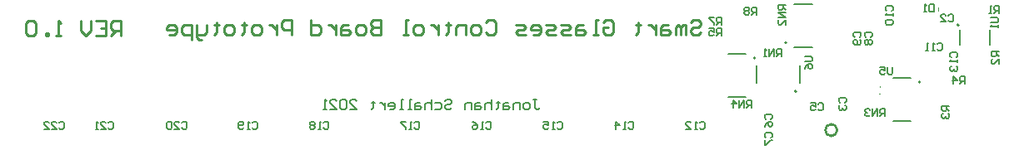
<source format=gbo>
G04*
G04 #@! TF.GenerationSoftware,Altium Limited,Altium Designer,20.2.4 (192)*
G04*
G04 Layer_Color=32896*
%FSLAX25Y25*%
%MOIN*%
G70*
G04*
G04 #@! TF.SameCoordinates,E28A416E-137A-4DA4-96E8-27F400694B22*
G04*
G04*
G04 #@! TF.FilePolarity,Positive*
G04*
G01*
G75*
%ADD10C,0.00787*%
%ADD12C,0.01000*%
%ADD14C,0.00500*%
%ADD16C,0.00800*%
%ADD92C,0.00394*%
D10*
X311710Y22854D02*
G03*
X311710Y22854I-394J0D01*
G01*
X307822Y42437D02*
G03*
X307822Y42437I-394J0D01*
G01*
X361224Y26574D02*
G03*
X361224Y26574I-394J0D01*
G01*
X295220Y36248D02*
G03*
X295220Y36248I-394J0D01*
G01*
X345157Y21763D02*
G03*
X345157Y21763I-10J0D01*
G01*
X376724Y49529D02*
G03*
X376724Y49529I-394J0D01*
G01*
X345147Y24576D02*
G03*
X345147Y24576I-10J0D01*
G01*
D12*
X327933Y7264D02*
G03*
X327933Y7264I-2362J0D01*
G01*
X269501Y50598D02*
X270501Y51597D01*
X272500D01*
X273500Y50598D01*
Y49598D01*
X272500Y48598D01*
X270501D01*
X269501Y47599D01*
Y46599D01*
X270501Y45599D01*
X272500D01*
X273500Y46599D01*
X267502Y45599D02*
Y49598D01*
X266502D01*
X265503Y48598D01*
Y45599D01*
Y48598D01*
X264503Y49598D01*
X263503Y48598D01*
Y45599D01*
X260504Y49598D02*
X258505D01*
X257505Y48598D01*
Y45599D01*
X260504D01*
X261504Y46599D01*
X260504Y47599D01*
X257505D01*
X255506Y49598D02*
Y45599D01*
Y47599D01*
X254506Y48598D01*
X253506Y49598D01*
X252507D01*
X248508Y50598D02*
Y49598D01*
X249508D01*
X247508D01*
X248508D01*
Y46599D01*
X247508Y45599D01*
X234513Y50598D02*
X235512Y51597D01*
X237512D01*
X238511Y50598D01*
Y46599D01*
X237512Y45599D01*
X235512D01*
X234513Y46599D01*
Y48598D01*
X236512D01*
X232513Y45599D02*
X230514D01*
X231514D01*
Y51597D01*
X232513D01*
X226515Y49598D02*
X224516D01*
X223516Y48598D01*
Y45599D01*
X226515D01*
X227515Y46599D01*
X226515Y47599D01*
X223516D01*
X221517Y45599D02*
X218518D01*
X217518Y46599D01*
X218518Y47599D01*
X220517D01*
X221517Y48598D01*
X220517Y49598D01*
X217518D01*
X215519Y45599D02*
X212520D01*
X211520Y46599D01*
X212520Y47599D01*
X214519D01*
X215519Y48598D01*
X214519Y49598D01*
X211520D01*
X206522Y45599D02*
X208521D01*
X209521Y46599D01*
Y48598D01*
X208521Y49598D01*
X206522D01*
X205522Y48598D01*
Y47599D01*
X209521D01*
X203523Y45599D02*
X200524D01*
X199524Y46599D01*
X200524Y47599D01*
X202523D01*
X203523Y48598D01*
X202523Y49598D01*
X199524D01*
X187528Y50598D02*
X188528Y51597D01*
X190527D01*
X191526Y50598D01*
Y46599D01*
X190527Y45599D01*
X188528D01*
X187528Y46599D01*
X184529Y45599D02*
X182529D01*
X181530Y46599D01*
Y48598D01*
X182529Y49598D01*
X184529D01*
X185529Y48598D01*
Y46599D01*
X184529Y45599D01*
X179530D02*
Y49598D01*
X176531D01*
X175532Y48598D01*
Y45599D01*
X172533Y50598D02*
Y49598D01*
X173532D01*
X171533D01*
X172533D01*
Y46599D01*
X171533Y45599D01*
X168534Y49598D02*
Y45599D01*
Y47599D01*
X167534Y48598D01*
X166535Y49598D01*
X165535D01*
X161536Y45599D02*
X159537D01*
X158537Y46599D01*
Y48598D01*
X159537Y49598D01*
X161536D01*
X162536Y48598D01*
Y46599D01*
X161536Y45599D01*
X156538D02*
X154539D01*
X155538D01*
Y51597D01*
X156538D01*
X145541D02*
Y45599D01*
X142542D01*
X141543Y46599D01*
Y47599D01*
X142542Y48598D01*
X145541D01*
X142542D01*
X141543Y49598D01*
Y50598D01*
X142542Y51597D01*
X145541D01*
X138544Y45599D02*
X136544D01*
X135545Y46599D01*
Y48598D01*
X136544Y49598D01*
X138544D01*
X139543Y48598D01*
Y46599D01*
X138544Y45599D01*
X132546Y49598D02*
X130546D01*
X129547Y48598D01*
Y45599D01*
X132546D01*
X133545Y46599D01*
X132546Y47599D01*
X129547D01*
X127547Y49598D02*
Y45599D01*
Y47599D01*
X126548Y48598D01*
X125548Y49598D01*
X124548D01*
X117551Y51597D02*
Y45599D01*
X120549D01*
X121549Y46599D01*
Y48598D01*
X120549Y49598D01*
X117551D01*
X109553Y45599D02*
Y51597D01*
X106554D01*
X105554Y50598D01*
Y48598D01*
X106554Y47599D01*
X109553D01*
X103555Y49598D02*
Y45599D01*
Y47599D01*
X102555Y48598D01*
X101556Y49598D01*
X100556D01*
X96557Y45599D02*
X94558D01*
X93558Y46599D01*
Y48598D01*
X94558Y49598D01*
X96557D01*
X97557Y48598D01*
Y46599D01*
X96557Y45599D01*
X90559Y50598D02*
Y49598D01*
X91559D01*
X89560D01*
X90559D01*
Y46599D01*
X89560Y45599D01*
X85561D02*
X83561D01*
X82562Y46599D01*
Y48598D01*
X83561Y49598D01*
X85561D01*
X86560Y48598D01*
Y46599D01*
X85561Y45599D01*
X79563Y50598D02*
Y49598D01*
X80562D01*
X78563D01*
X79563D01*
Y46599D01*
X78563Y45599D01*
X75564Y49598D02*
Y46599D01*
X74564Y45599D01*
X71565D01*
Y44600D01*
X72565Y43600D01*
X73565D01*
X71565Y45599D02*
Y49598D01*
X69566Y43600D02*
Y49598D01*
X66567D01*
X65567Y48598D01*
Y46599D01*
X66567Y45599D01*
X69566D01*
X60569D02*
X62568D01*
X63568Y46599D01*
Y48598D01*
X62568Y49598D01*
X60569D01*
X59569Y48598D01*
Y47599D01*
X63568D01*
X41300Y45400D02*
Y51398D01*
X38301D01*
X37301Y50398D01*
Y48399D01*
X38301Y47399D01*
X41300D01*
X39301D02*
X37301Y45400D01*
X31303Y51398D02*
X35302D01*
Y45400D01*
X31303D01*
X35302Y48399D02*
X33303D01*
X29304Y51398D02*
Y47399D01*
X27305Y45400D01*
X25305Y47399D01*
Y51398D01*
X17308Y45400D02*
X15308D01*
X16308D01*
Y51398D01*
X17308Y50398D01*
X12309Y45400D02*
Y46400D01*
X11310D01*
Y45400D01*
X12309D01*
X7311Y50398D02*
X6311Y51398D01*
X4312D01*
X3312Y50398D01*
Y46400D01*
X4312Y45400D01*
X6311D01*
X7311Y46400D01*
Y50398D01*
D14*
X313124Y26260D02*
Y33347D01*
X295730Y26260D02*
Y33347D01*
X310834Y58024D02*
X317920D01*
X310834Y40630D02*
X317920D01*
X350339Y28381D02*
X357425D01*
X350339Y10987D02*
X357425D01*
X284334Y20661D02*
X291421D01*
X284334Y38055D02*
X291421D01*
X389213Y41437D02*
Y47736D01*
X376929Y41437D02*
Y47736D01*
D16*
X206334Y19599D02*
X207667D01*
X207001D01*
Y16266D01*
X207667Y15600D01*
X208334D01*
X209000Y16266D01*
X204335Y15600D02*
X203002D01*
X202336Y16266D01*
Y17599D01*
X203002Y18266D01*
X204335D01*
X205001Y17599D01*
Y16266D01*
X204335Y15600D01*
X201003D02*
Y18266D01*
X199003D01*
X198337Y17599D01*
Y15600D01*
X196337Y18266D02*
X195004D01*
X194338Y17599D01*
Y15600D01*
X196337D01*
X197004Y16266D01*
X196337Y16933D01*
X194338D01*
X192339Y18932D02*
Y18266D01*
X193005D01*
X191672D01*
X192339D01*
Y16266D01*
X191672Y15600D01*
X189673Y19599D02*
Y15600D01*
Y17599D01*
X189006Y18266D01*
X187674D01*
X187007Y17599D01*
Y15600D01*
X185008Y18266D02*
X183675D01*
X183008Y17599D01*
Y15600D01*
X185008D01*
X185674Y16266D01*
X185008Y16933D01*
X183008D01*
X181676Y15600D02*
Y18266D01*
X179676D01*
X179010Y17599D01*
Y15600D01*
X171012Y18932D02*
X171679Y19599D01*
X173012D01*
X173678Y18932D01*
Y18266D01*
X173012Y17599D01*
X171679D01*
X171012Y16933D01*
Y16266D01*
X171679Y15600D01*
X173012D01*
X173678Y16266D01*
X167014Y18266D02*
X169013D01*
X169679Y17599D01*
Y16266D01*
X169013Y15600D01*
X167014D01*
X165681Y19599D02*
Y15600D01*
Y17599D01*
X165014Y18266D01*
X163681D01*
X163015Y17599D01*
Y15600D01*
X161015Y18266D02*
X159683D01*
X159016Y17599D01*
Y15600D01*
X161015D01*
X161682Y16266D01*
X161015Y16933D01*
X159016D01*
X157683Y15600D02*
X156350D01*
X157017D01*
Y19599D01*
X157683D01*
X154351Y15600D02*
X153018D01*
X153684D01*
Y19599D01*
X154351D01*
X149019Y15600D02*
X150352D01*
X151019Y16266D01*
Y17599D01*
X150352Y18266D01*
X149019D01*
X148353Y17599D01*
Y16933D01*
X151019D01*
X147020Y18266D02*
Y15600D01*
Y16933D01*
X146353Y17599D01*
X145687Y18266D01*
X145021D01*
X142355Y18932D02*
Y18266D01*
X143021D01*
X141688D01*
X142355D01*
Y16266D01*
X141688Y15600D01*
X133025D02*
X135690D01*
X133025Y18266D01*
Y18932D01*
X133691Y19599D01*
X135024D01*
X135690Y18932D01*
X131692D02*
X131025Y19599D01*
X129692D01*
X129026Y18932D01*
Y16266D01*
X129692Y15600D01*
X131025D01*
X131692Y16266D01*
Y18932D01*
X125027Y15600D02*
X127693D01*
X125027Y18266D01*
Y18932D01*
X125694Y19599D01*
X127026D01*
X127693Y18932D01*
X123694Y15600D02*
X122361D01*
X123028D01*
Y19599D01*
X123694Y18932D01*
X305599Y36801D02*
Y39799D01*
X304099D01*
X303600Y39300D01*
Y38300D01*
X304099Y37800D01*
X305599D01*
X304599D02*
X303600Y36801D01*
X302600D02*
Y39799D01*
X300601Y36801D01*
Y39799D01*
X299601Y36801D02*
X298601D01*
X299101D01*
Y39799D01*
X299601Y39300D01*
X273039Y10176D02*
X273538Y10676D01*
X274538D01*
X275038Y10176D01*
Y8177D01*
X274538Y7677D01*
X273538D01*
X273039Y8177D01*
X272039Y7677D02*
X271039D01*
X271539D01*
Y10676D01*
X272039Y10176D01*
X267540Y7677D02*
X269540D01*
X267540Y9676D01*
Y10176D01*
X268040Y10676D01*
X269040D01*
X269540Y10176D01*
X244439D02*
X244938Y10676D01*
X245938D01*
X246438Y10176D01*
Y8177D01*
X245938Y7677D01*
X244938D01*
X244439Y8177D01*
X243439Y7677D02*
X242439D01*
X242939D01*
Y10676D01*
X243439Y10176D01*
X239440Y7677D02*
Y10676D01*
X240940Y9177D01*
X238940D01*
X215938Y10176D02*
X216438Y10676D01*
X217438D01*
X217938Y10176D01*
Y8177D01*
X217438Y7677D01*
X216438D01*
X215938Y8177D01*
X214939Y7677D02*
X213939D01*
X214439D01*
Y10676D01*
X214939Y10176D01*
X210440Y10676D02*
X212440D01*
Y9177D01*
X211440Y9676D01*
X210940D01*
X210440Y9177D01*
Y8177D01*
X210940Y7677D01*
X211940D01*
X212440Y8177D01*
X187438Y10176D02*
X187938Y10676D01*
X188938D01*
X189438Y10176D01*
Y8177D01*
X188938Y7677D01*
X187938D01*
X187438Y8177D01*
X186439Y7677D02*
X185439D01*
X185939D01*
Y10676D01*
X186439Y10176D01*
X181940Y10676D02*
X182940Y10176D01*
X183940Y9177D01*
Y8177D01*
X183440Y7677D01*
X182440D01*
X181940Y8177D01*
Y8677D01*
X182440Y9177D01*
X183940D01*
X158838Y10176D02*
X159338Y10676D01*
X160338D01*
X160838Y10176D01*
Y8177D01*
X160338Y7677D01*
X159338D01*
X158838Y8177D01*
X157839Y7677D02*
X156839D01*
X157339D01*
Y10676D01*
X157839Y10176D01*
X155340Y10676D02*
X153340D01*
Y10176D01*
X155340Y8177D01*
Y7677D01*
X122439Y10176D02*
X122938Y10676D01*
X123938D01*
X124438Y10176D01*
Y8177D01*
X123938Y7677D01*
X122938D01*
X122439Y8177D01*
X121439Y7677D02*
X120439D01*
X120939D01*
Y10676D01*
X121439Y10176D01*
X118940D02*
X118440Y10676D01*
X117440D01*
X116940Y10176D01*
Y9676D01*
X117440Y9177D01*
X116940Y8677D01*
Y8177D01*
X117440Y7677D01*
X118440D01*
X118940Y8177D01*
Y8677D01*
X118440Y9177D01*
X118940Y9676D01*
Y10176D01*
X118440Y9177D02*
X117440D01*
X93938Y10176D02*
X94438Y10676D01*
X95438D01*
X95938Y10176D01*
Y8177D01*
X95438Y7677D01*
X94438D01*
X93938Y8177D01*
X92939Y7677D02*
X91939D01*
X92439D01*
Y10676D01*
X92939Y10176D01*
X90440Y8177D02*
X89940Y7677D01*
X88940D01*
X88440Y8177D01*
Y10176D01*
X88940Y10676D01*
X89940D01*
X90440Y10176D01*
Y9676D01*
X89940Y9177D01*
X88440D01*
X65838Y10176D02*
X66338Y10676D01*
X67338D01*
X67838Y10176D01*
Y8177D01*
X67338Y7677D01*
X66338D01*
X65838Y8177D01*
X62839Y7677D02*
X64839D01*
X62839Y9676D01*
Y10176D01*
X63339Y10676D01*
X64339D01*
X64839Y10176D01*
X61840D02*
X61340Y10676D01*
X60340D01*
X59840Y10176D01*
Y8177D01*
X60340Y7677D01*
X61340D01*
X61840Y8177D01*
Y10176D01*
X36338D02*
X36838Y10676D01*
X37838D01*
X38338Y10176D01*
Y8177D01*
X37838Y7677D01*
X36838D01*
X36338Y8177D01*
X33339Y7677D02*
X35339D01*
X33339Y9676D01*
Y10176D01*
X33839Y10676D01*
X34839D01*
X35339Y10176D01*
X32340Y7677D02*
X31340D01*
X31840D01*
Y10676D01*
X32340Y10176D01*
X16638D02*
X17138Y10676D01*
X18138D01*
X18638Y10176D01*
Y8177D01*
X18138Y7677D01*
X17138D01*
X16638Y8177D01*
X13639Y7677D02*
X15639D01*
X13639Y9676D01*
Y10176D01*
X14139Y10676D01*
X15139D01*
X15639Y10176D01*
X10640Y7677D02*
X12640D01*
X10640Y9676D01*
Y10176D01*
X11140Y10676D01*
X12140D01*
X12640Y10176D01*
X315001Y36799D02*
X317500D01*
X318000Y36299D01*
Y35300D01*
X317500Y34800D01*
X315001D01*
Y31801D02*
X315500Y32800D01*
X316500Y33800D01*
X317500D01*
X318000Y33300D01*
Y32301D01*
X317500Y31801D01*
X317000D01*
X316500Y32301D01*
Y33800D01*
X350199Y32599D02*
Y30100D01*
X349699Y29601D01*
X348700D01*
X348200Y30100D01*
Y32599D01*
X345201D02*
X347200D01*
Y31100D01*
X346200Y31600D01*
X345701D01*
X345201Y31100D01*
Y30100D01*
X345701Y29601D01*
X346700D01*
X347200Y30100D01*
X389500Y52499D02*
X392000D01*
X392499Y51999D01*
Y51000D01*
X392000Y50500D01*
X389500D01*
X392499Y49500D02*
Y48501D01*
Y49000D01*
X389500D01*
X390000Y49500D01*
X293799Y16300D02*
Y19299D01*
X292299D01*
X291799Y18800D01*
Y17800D01*
X292299Y17300D01*
X293799D01*
X292799D02*
X291799Y16300D01*
X290800D02*
Y19299D01*
X288800Y16300D01*
Y19299D01*
X286301Y16300D02*
Y19299D01*
X287801Y17800D01*
X285801D01*
X347199Y12900D02*
Y15900D01*
X345699D01*
X345199Y15400D01*
Y14400D01*
X345699Y13900D01*
X347199D01*
X346199D02*
X345199Y12900D01*
X344200D02*
Y15900D01*
X342200Y12900D01*
Y15900D01*
X341201Y15400D02*
X340701Y15900D01*
X339701D01*
X339201Y15400D01*
Y14900D01*
X339701Y14400D01*
X340201D01*
X339701D01*
X339201Y13900D01*
Y13400D01*
X339701Y12900D01*
X340701D01*
X341201Y13400D01*
X307379Y57604D02*
X304380D01*
Y56105D01*
X304880Y55605D01*
X305879D01*
X306379Y56105D01*
Y57604D01*
Y56604D02*
X307379Y55605D01*
Y54605D02*
X304380D01*
X307379Y52606D01*
X304380D01*
X307379Y49607D02*
Y51606D01*
X305380Y49607D01*
X304880D01*
X304380Y50107D01*
Y51106D01*
X304880Y51606D01*
X295806Y53619D02*
Y56618D01*
X294307D01*
X293807Y56118D01*
Y55118D01*
X294307Y54618D01*
X295806D01*
X294807D02*
X293807Y53619D01*
X292807Y56118D02*
X292307Y56618D01*
X291308D01*
X290808Y56118D01*
Y55618D01*
X291308Y55118D01*
X290808Y54618D01*
Y54118D01*
X291308Y53619D01*
X292307D01*
X292807Y54118D01*
Y54618D01*
X292307Y55118D01*
X292807Y55618D01*
Y56118D01*
X292307Y55118D02*
X291308D01*
X281679Y49706D02*
Y52705D01*
X280179D01*
X279679Y52205D01*
Y51205D01*
X280179Y50706D01*
X281679D01*
X280679D02*
X279679Y49706D01*
X278680Y52705D02*
X276680D01*
Y52205D01*
X278680Y50206D01*
Y49706D01*
X281679Y45106D02*
Y48105D01*
X280179D01*
X279679Y47605D01*
Y46606D01*
X280179Y46106D01*
X281679D01*
X280679D02*
X279679Y45106D01*
X276680Y48105D02*
X278680D01*
Y46606D01*
X277680Y47105D01*
X277180D01*
X276680Y46606D01*
Y45606D01*
X277180Y45106D01*
X278180D01*
X278680Y45606D01*
X378999Y25901D02*
Y28899D01*
X377500D01*
X377000Y28400D01*
Y27400D01*
X377500Y26900D01*
X378999D01*
X377999D02*
X377000Y25901D01*
X374501D02*
Y28899D01*
X376000Y27400D01*
X374001D01*
X372779Y17005D02*
X369780D01*
Y15505D01*
X370280Y15005D01*
X371280D01*
X371779Y15505D01*
Y17005D01*
Y16005D02*
X372779Y15005D01*
X370280Y14006D02*
X369780Y13506D01*
Y12506D01*
X370280Y12006D01*
X370780D01*
X371280Y12506D01*
Y13006D01*
Y12506D01*
X371779Y12006D01*
X372279D01*
X372779Y12506D01*
Y13506D01*
X372279Y14006D01*
X392579Y38805D02*
X389580D01*
Y37305D01*
X390080Y36805D01*
X391079D01*
X391579Y37305D01*
Y38805D01*
Y37805D02*
X392579Y36805D01*
Y33806D02*
Y35806D01*
X390580Y33806D01*
X390080D01*
X389580Y34306D01*
Y35306D01*
X390080Y35806D01*
X392747Y54406D02*
Y57405D01*
X391248D01*
X390748Y56905D01*
Y55905D01*
X391248Y55406D01*
X392747D01*
X391748D02*
X390748Y54406D01*
X389748D02*
X388749D01*
X389248D01*
Y57405D01*
X389748Y56905D01*
X366679Y57905D02*
Y54906D01*
X365179D01*
X364680Y55406D01*
Y57405D01*
X365179Y57905D01*
X366679D01*
X363680Y54906D02*
X362680D01*
X363180D01*
Y57905D01*
X363680Y57405D01*
X373680Y36555D02*
X373180Y37055D01*
Y38054D01*
X373680Y38554D01*
X375679D01*
X376179Y38054D01*
Y37055D01*
X375679Y36555D01*
X376179Y35555D02*
Y34556D01*
Y35055D01*
X373180D01*
X373680Y35555D01*
Y33056D02*
X373180Y32556D01*
Y31556D01*
X373680Y31057D01*
X374180D01*
X374679Y31556D01*
Y32056D01*
Y31556D01*
X375179Y31057D01*
X375679D01*
X376179Y31556D01*
Y32556D01*
X375679Y33056D01*
X368029Y41905D02*
X368529Y42405D01*
X369529D01*
X370028Y41905D01*
Y39906D01*
X369529Y39406D01*
X368529D01*
X368029Y39906D01*
X367029Y39406D02*
X366030D01*
X366530D01*
Y42405D01*
X367029Y41905D01*
X364530Y39406D02*
X363531D01*
X364030D01*
Y42405D01*
X364530Y41905D01*
X347780Y55155D02*
X347280Y55655D01*
Y56654D01*
X347780Y57154D01*
X349779D01*
X350279Y56654D01*
Y55655D01*
X349779Y55155D01*
X350279Y54155D02*
Y53156D01*
Y53655D01*
X347280D01*
X347780Y54155D01*
Y51656D02*
X347280Y51156D01*
Y50156D01*
X347780Y49657D01*
X349779D01*
X350279Y50156D01*
Y51156D01*
X349779Y51656D01*
X347780D01*
X334980Y44605D02*
X334480Y45105D01*
Y46105D01*
X334980Y46605D01*
X336979D01*
X337479Y46105D01*
Y45105D01*
X336979Y44605D01*
Y43606D02*
X337479Y43106D01*
Y42106D01*
X336979Y41606D01*
X334980D01*
X334480Y42106D01*
Y43106D01*
X334980Y43606D01*
X335480D01*
X335980Y43106D01*
Y41606D01*
X339400Y44700D02*
X338900Y45200D01*
Y46199D01*
X339400Y46699D01*
X341400D01*
X341899Y46199D01*
Y45200D01*
X341400Y44700D01*
X339400Y43700D02*
X338900Y43200D01*
Y42201D01*
X339400Y41701D01*
X339900D01*
X340400Y42201D01*
X340900Y41701D01*
X341400D01*
X341899Y42201D01*
Y43200D01*
X341400Y43700D01*
X340900D01*
X340400Y43200D01*
X339900Y43700D01*
X339400D01*
X340400Y43200D02*
Y42201D01*
X299500Y4100D02*
X299001Y4600D01*
Y5599D01*
X299500Y6099D01*
X301500D01*
X301999Y5599D01*
Y4600D01*
X301500Y4100D01*
X299001Y3100D02*
Y1101D01*
X299500D01*
X301500Y3100D01*
X301999D01*
X299500Y11600D02*
X299001Y12100D01*
Y13099D01*
X299500Y13599D01*
X301500D01*
X301999Y13099D01*
Y12100D01*
X301500Y11600D01*
X299001Y8601D02*
X299500Y9601D01*
X300500Y10600D01*
X301500D01*
X301999Y10100D01*
Y9101D01*
X301500Y8601D01*
X301000D01*
X300500Y9101D01*
Y10600D01*
X320379Y17705D02*
X320879Y18205D01*
X321879D01*
X322379Y17705D01*
Y15706D01*
X321879Y15206D01*
X320879D01*
X320379Y15706D01*
X317380Y18205D02*
X319380D01*
Y16705D01*
X318380Y17205D01*
X317880D01*
X317380Y16705D01*
Y15706D01*
X317880Y15206D01*
X318880D01*
X319380Y15706D01*
X329100Y18400D02*
X328601Y18900D01*
Y19899D01*
X329100Y20399D01*
X331100D01*
X331599Y19899D01*
Y18900D01*
X331100Y18400D01*
X329100Y17400D02*
X328601Y16900D01*
Y15901D01*
X329100Y15401D01*
X329600D01*
X330100Y15901D01*
Y16400D01*
Y15901D01*
X330600Y15401D01*
X331100D01*
X331599Y15901D01*
Y16900D01*
X331100Y17400D01*
X372477Y53333D02*
X372977Y53833D01*
X373977D01*
X374477Y53333D01*
Y51334D01*
X373977Y50834D01*
X372977D01*
X372477Y51334D01*
X369478Y50834D02*
X371478D01*
X369478Y52833D01*
Y53333D01*
X369978Y53833D01*
X370978D01*
X371478Y53333D01*
D92*
X368336Y55323D02*
Y56504D01*
M02*

</source>
